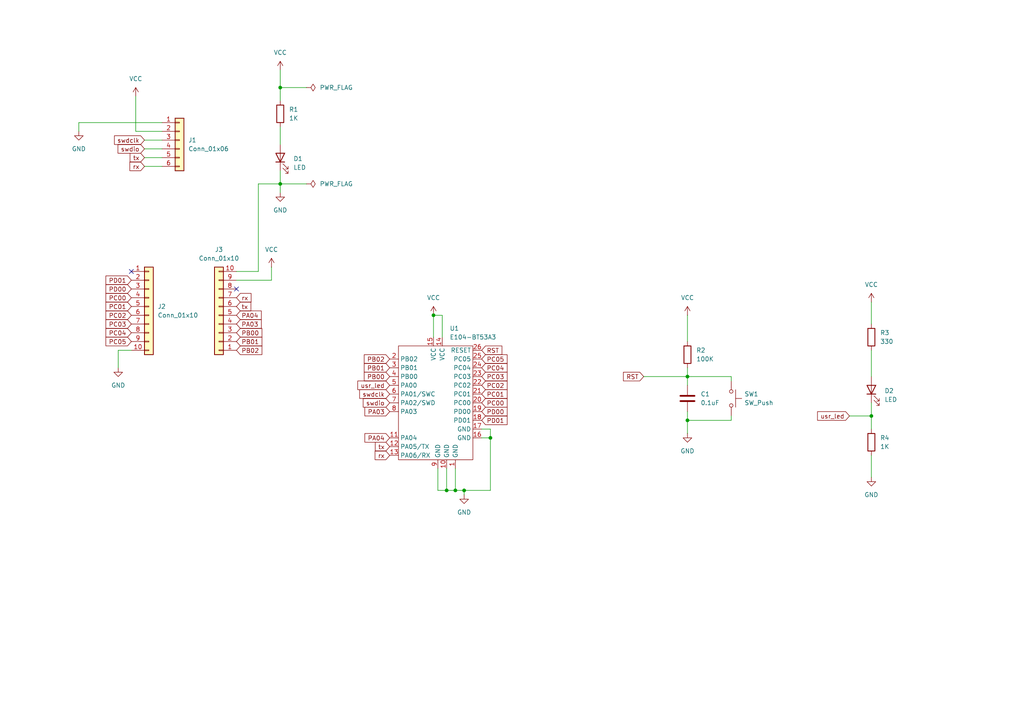
<source format=kicad_sch>
(kicad_sch (version 20250114) (generator "eeschema") (generator_version "9.0")
  (paper "A4")
  (lib_symbols
    (symbol "Connector_Generic:Conn_01x06" (pin_names (offset 1.016) (hide yes))
      (property "Reference" "J" (at 0 7.62 0))
      (property "Value" "Conn_01x06" (at 0 -10.16 0))
      (symbol "Conn_01x06_1_1"
        (rectangle (start -1.27 6.35) (end 1.27 -8.89) (stroke (width 0.254)) (fill (type background)))
        (rectangle (start -1.27 5.207) (end 0 4.953) (stroke (width 0.1524)))
        (rectangle (start -1.27 2.667) (end 0 2.413) (stroke (width 0.1524)))
        (rectangle (start -1.27 0.127) (end 0 -0.127) (stroke (width 0.1524)))
        (rectangle (start -1.27 -2.413) (end 0 -2.667) (stroke (width 0.1524)))
        (rectangle (start -1.27 -4.953) (end 0 -5.207) (stroke (width 0.1524)))
        (rectangle (start -1.27 -7.493) (end 0 -7.747) (stroke (width 0.1524)))
        (pin passive line (at -5.08 5.08 0) (length 3.81) (name "Pin_1") (number "1"))
        (pin passive line (at -5.08 2.54 0) (length 3.81) (name "Pin_2") (number "2"))
        (pin passive line (at -5.08 0 0) (length 3.81) (name "Pin_3") (number "3"))
        (pin passive line (at -5.08 -2.54 0) (length 3.81) (name "Pin_4") (number "4"))
        (pin passive line (at -5.08 -5.08 0) (length 3.81) (name "Pin_5") (number "5"))
        (pin passive line (at -5.08 -7.62 0) (length 3.81) (name "Pin_6") (number "6"))
      )
    )
    (symbol "Connector_Generic:Conn_01x10" (pin_names (offset 1.016) (hide yes))
      (property "Reference" "J" (at 0 12.7 0))
      (property "Value" "Conn_01x10" (at 0 -15.24 0))
      (symbol "Conn_01x10_1_1"
        (rectangle (start -1.27 11.43) (end 1.27 -13.97) (stroke (width 0.254)) (fill (type background)))
        (rectangle (start -1.27 10.287) (end 0 10.033) (stroke (width 0.1524)))
        (rectangle (start -1.27 7.747) (end 0 7.493) (stroke (width 0.1524)))
        (rectangle (start -1.27 5.207) (end 0 4.953) (stroke (width 0.1524)))
        (rectangle (start -1.27 2.667) (end 0 2.413) (stroke (width 0.1524)))
        (rectangle (start -1.27 0.127) (end 0 -0.127) (stroke (width 0.1524)))
        (rectangle (start -1.27 -2.413) (end 0 -2.667) (stroke (width 0.1524)))
        (rectangle (start -1.27 -4.953) (end 0 -5.207) (stroke (width 0.1524)))
        (rectangle (start -1.27 -7.493) (end 0 -7.747) (stroke (width 0.1524)))
        (rectangle (start -1.27 -10.033) (end 0 -10.287) (stroke (width 0.1524)))
        (rectangle (start -1.27 -12.573) (end 0 -12.827) (stroke (width 0.1524)))
        (pin passive line (at -5.08 10.16 0) (length 3.81) (name "Pin_1") (number "1"))
        (pin passive line (at -5.08 7.62 0) (length 3.81) (name "Pin_2") (number "2"))
        (pin passive line (at -5.08 5.08 0) (length 3.81) (name "Pin_3") (number "3"))
        (pin passive line (at -5.08 2.54 0) (length 3.81) (name "Pin_4") (number "4"))
        (pin passive line (at -5.08 0 0) (length 3.81) (name "Pin_5") (number "5"))
        (pin passive line (at -5.08 -2.54 0) (length 3.81) (name "Pin_6") (number "6"))
        (pin passive line (at -5.08 -5.08 0) (length 3.81) (name "Pin_7") (number "7"))
        (pin passive line (at -5.08 -7.62 0) (length 3.81) (name "Pin_8") (number "8"))
        (pin passive line (at -5.08 -10.16 0) (length 3.81) (name "Pin_9") (number "9"))
        (pin passive line (at -5.08 -12.7 0) (length 3.81) (name "Pin_10") (number "10"))
      )
    )
    (symbol "Device:C" (pin_numbers (hide yes)) (pin_names (offset 0.254))
      (property "Reference" "C" (at 0.635 2.54 0))
      (property "Value" "C" (at 0.635 -2.54 0))
      (symbol "C_0_1"
        (polyline (pts (xy -2.032 0.762) (xy 2.032 0.762)) (stroke (width 0.508)))
        (polyline (pts (xy -2.032 -0.762) (xy 2.032 -0.762)) (stroke (width 0.508)))
      )
      (symbol "C_1_1"
        (pin passive line (at 0 3.81 270) (length 2.794) (name "~") (number "1"))
        (pin passive line (at 0 -3.81 90) (length 2.794) (name "~") (number "2"))
      )
    )
    (symbol "Device:LED" (pin_numbers (hide yes)) (pin_names (offset 1.016) (hide yes))
      (property "Reference" "D" (at 0 2.54 0))
      (property "Value" "LED" (at 0 -2.54 0))
      (symbol "LED_0_1"
        (polyline (pts (xy -3.048 -0.762) (xy -4.572 -2.286) (xy -3.81 -2.286) (xy -4.572 -2.286) (xy -4.572 -1.524)))
        (polyline (pts (xy -1.778 -0.762) (xy -3.302 -2.286) (xy -2.54 -2.286) (xy -3.302 -2.286) (xy -3.302 -1.524)))
        (polyline (pts (xy -1.27 0) (xy 1.27 0)))
        (polyline (pts (xy -1.27 -1.27) (xy -1.27 1.27)) (stroke (width 0.254)))
        (polyline (pts (xy 1.27 -1.27) (xy 1.27 1.27) (xy -1.27 0) (xy 1.27 -1.27)) (stroke (width 0.254)))
      )
      (symbol "LED_1_1"
        (pin passive line (at -3.81 0 0) (length 2.54) (name "K") (number "1"))
        (pin passive line (at 3.81 0 180) (length 2.54) (name "A") (number "2"))
      )
    )
    (symbol "Device:R" (pin_numbers (hide yes)) (pin_names (offset 0))
      (property "Reference" "R" (at 2.032 0 90))
      (property "Value" "R" (at 0 0 90))
      (symbol "R_0_1"
        (rectangle (start -1.016 -2.54) (end 1.016 2.54) (stroke (width 0.254)))
      )
      (symbol "R_1_1"
        (pin passive line (at 0 3.81 270) (length 1.27) (name "~") (number "1"))
        (pin passive line (at 0 -3.81 90) (length 1.27) (name "~") (number "2"))
      )
    )
    (symbol "Switch:SW_Push" (pin_numbers (hide yes)) (pin_names (offset 1.016) (hide yes))
      (property "Reference" "SW" (at 1.27 2.54 0))
      (property "Value" "SW_Push" (at 0 -1.524 0))
      (symbol "SW_Push_0_1"
        (circle (center -2.032 0) (radius 0.508))
        (polyline (pts (xy 0 1.27) (xy 0 3.048)))
        (circle (center 2.032 0) (radius 0.508))
        (polyline (pts (xy 2.54 1.27) (xy -2.54 1.27)))
        (pin passive line (at -5.08 0 0) (length 2.54) (name "1") (number "1"))
        (pin passive line (at 5.08 0 180) (length 2.54) (name "2") (number "2"))
      )
    )
    (symbol "efr32bg_breakout_stuff:E104-BT53A3_module"
      (property "Reference" "U" (at 0 0 0))
      (property "Value" "E104-BT53A3" (at 17.272 -15.494 0))
      (symbol "E104-BT53A3_module_0_1"
        (rectangle (start -11.43 16.51) (end 10.16 -16.51))
      )
      (symbol "E104-BT53A3_module_1_1"
        (pin bidirectional line (at -13.97 12.7 0) (length 2.54) (name "PB02") (number "2"))
        (pin bidirectional line (at -13.97 10.16 0) (length 2.54) (name "PB01") (number "3"))
        (pin bidirectional line (at -13.97 7.62 0) (length 2.54) (name "PB00") (number "4"))
        (pin bidirectional line (at -13.97 5.08 0) (length 2.54) (name "PA00") (number "5"))
        (pin bidirectional line (at -13.97 2.54 0) (length 2.54) (name "PA01/SWC") (number "6"))
        (pin bidirectional line (at -13.97 0 0) (length 2.54) (name "PA02/SWD") (number "7"))
        (pin bidirectional line (at -13.97 -2.54 0) (length 2.54) (name "PA03") (number "8"))
        (pin bidirectional line (at -13.97 -10.16 0) (length 2.54) (name "PA04") (number "11"))
        (pin bidirectional line (at -13.97 -12.7 0) (length 2.54) (name "PA05/TX") (number "12"))
        (pin bidirectional line (at -13.97 -15.24 0) (length 2.54) (name "PA06/RX") (number "13"))
        (pin power_in line (at -1.27 19.05 270) (length 2.54) (name "VCC") (number "15"))
        (pin power_in line (at 0 -19.05 90) (length 2.54) (name "GND") (number "9"))
        (pin power_in line (at 1.27 19.05 270) (length 2.54) (name "VCC") (number "14"))
        (pin power_in line (at 2.54 -19.05 90) (length 2.54) (name "GND") (number "10"))
        (pin power_in line (at 5.08 -19.05 90) (length 2.54) (name "GND") (number "1"))
        (pin input line (at 12.7 15.24 180) (length 2.54) (name "RESET") (number "26"))
        (pin bidirectional line (at 12.7 12.7 180) (length 2.54) (name "PC05") (number "25"))
        (pin bidirectional line (at 12.7 10.16 180) (length 2.54) (name "PC04") (number "24"))
        (pin bidirectional line (at 12.7 7.62 180) (length 2.54) (name "PC03") (number "23"))
        (pin bidirectional line (at 12.7 5.08 180) (length 2.54) (name "PC02") (number "22"))
        (pin bidirectional line (at 12.7 2.54 180) (length 2.54) (name "PC01") (number "21"))
        (pin bidirectional line (at 12.7 0 180) (length 2.54) (name "PC00") (number "20"))
        (pin bidirectional line (at 12.7 -2.54 180) (length 2.54) (name "PD00") (number "19"))
        (pin bidirectional line (at 12.7 -5.08 180) (length 2.54) (name "PD01") (number "18"))
        (pin power_in line (at 12.7 -7.62 180) (length 2.54) (name "GND") (number "17"))
        (pin power_in line (at 12.7 -10.16 180) (length 2.54) (name "GND") (number "16"))
      )
    )
    (symbol "power:GND" (power) (pin_numbers (hide yes)) (pin_names (offset 0) (hide yes))
      (property "Value" "GND" (at 0 -3.81 0))
      (symbol "GND_0_1"
        (polyline (pts (xy 0 0) (xy 0 -1.27) (xy 1.27 -1.27) (xy 0 -2.54) (xy -1.27 -1.27) (xy 0 -1.27)))
      )
      (symbol "GND_1_1"
        (pin power_in line (at 0 0 270) (length 0) (name "~") (number "1"))
      )
    )
    (symbol "power:PWR_FLAG" (power) (pin_numbers (hide yes)) (pin_names (offset 0) (hide yes))
      (property "Value" "PWR_FLAG" (at 0 3.81 0))
      (symbol "PWR_FLAG_0_0"
        (pin power_out line (at 0 0 90) (length 0) (name "~") (number "1"))
      )
      (symbol "PWR_FLAG_0_1"
        (polyline (pts (xy 0 0) (xy 0 1.27) (xy -1.016 1.905) (xy 0 2.54) (xy 1.016 1.905) (xy 0 1.27)))
      )
    )
    (symbol "power:VCC" (power) (pin_numbers (hide yes)) (pin_names (offset 0) (hide yes))
      (property "Value" "VCC" (at 0 3.556 0))
      (symbol "VCC_0_1"
        (polyline (pts (xy -0.762 1.27) (xy 0 2.54)))
        (polyline (pts (xy 0 2.54) (xy 0.762 1.27)))
        (polyline (pts (xy 0 0) (xy 0 2.54)))
      )
      (symbol "VCC_1_1"
        (pin power_in line (at 0 0 90) (length 0) (name "~") (number "1"))
      )
    )
  )
  (junction (at 125.73 91.44))
  (junction (at 252.73 120.65))
  (junction (at 129.54 142.24))
  (junction (at 81.28 53.34))
  (junction (at 81.28 25.4))
  (junction (at 132.08 142.24))
  (junction (at 199.39 109.22))
  (junction (at 199.39 121.92))
  (junction (at 134.62 142.24))
  (junction (at 142.24 127))
  (no_connect (at 68.58 83.82))
  (no_connect (at 38.1 78.74))
  (wire (pts (xy 41.91 40.64) (xy 46.99 40.64)))
  (wire (pts (xy 81.28 49.53) (xy 81.28 53.34)))
  (wire (pts (xy 139.7 127) (xy 142.24 127)))
  (wire (pts (xy 81.28 20.32) (xy 81.28 25.4)))
  (wire (pts (xy 199.39 106.68) (xy 199.39 109.22)))
  (wire (pts (xy 81.28 53.34) (xy 81.28 55.88)))
  (wire (pts (xy 81.28 25.4) (xy 81.28 29.21)))
  (wire (pts (xy 186.69 109.22) (xy 199.39 109.22)))
  (wire (pts (xy 78.74 81.28) (xy 78.74 77.47)))
  (wire (pts (xy 134.62 142.24) (xy 134.62 143.51)))
  (wire (pts (xy 129.54 135.89) (xy 129.54 142.24)))
  (wire (pts (xy 46.99 38.1) (xy 39.37 38.1)))
  (wire (pts (xy 252.73 101.6) (xy 252.73 109.22)))
  (wire (pts (xy 132.08 142.24) (xy 134.62 142.24)))
  (wire (pts (xy 38.1 101.6) (xy 34.29 101.6)))
  (wire (pts (xy 132.08 135.89) (xy 132.08 142.24)))
  (wire (pts (xy 81.28 36.83) (xy 81.28 41.91)))
  (wire (pts (xy 68.58 81.28) (xy 78.74 81.28)))
  (wire (pts (xy 41.91 43.18) (xy 46.99 43.18)))
  (wire (pts (xy 68.58 78.74) (xy 74.93 78.74)))
  (wire (pts (xy 34.29 101.6) (xy 34.29 106.68)))
  (wire (pts (xy 125.73 91.44) (xy 125.73 97.79)))
  (wire (pts (xy 199.39 91.44) (xy 199.39 99.06)))
  (wire (pts (xy 142.24 124.46) (xy 142.24 127)))
  (wire (pts (xy 142.24 127) (xy 142.24 142.24)))
  (wire (pts (xy 212.09 109.22) (xy 199.39 109.22)))
  (wire (pts (xy 212.09 110.49) (xy 212.09 109.22)))
  (wire (pts (xy 142.24 142.24) (xy 134.62 142.24)))
  (wire (pts (xy 81.28 53.34) (xy 88.9 53.34)))
  (wire (pts (xy 199.39 109.22) (xy 199.39 111.76)))
  (wire (pts (xy 39.37 38.1) (xy 39.37 27.94)))
  (wire (pts (xy 41.91 45.72) (xy 46.99 45.72)))
  (wire (pts (xy 127 142.24) (xy 129.54 142.24)))
  (wire (pts (xy 212.09 120.65) (xy 212.09 121.92)))
  (wire (pts (xy 46.99 35.56) (xy 22.86 35.56)))
  (wire (pts (xy 252.73 116.84) (xy 252.73 120.65)))
  (wire (pts (xy 199.39 119.38) (xy 199.39 121.92)))
  (wire (pts (xy 128.27 97.79) (xy 128.27 91.44)))
  (wire (pts (xy 199.39 121.92) (xy 199.39 125.73)))
  (wire (pts (xy 246.38 120.65) (xy 252.73 120.65)))
  (wire (pts (xy 252.73 120.65) (xy 252.73 124.46)))
  (wire (pts (xy 129.54 142.24) (xy 132.08 142.24)))
  (wire (pts (xy 128.27 91.44) (xy 125.73 91.44)))
  (wire (pts (xy 22.86 35.56) (xy 22.86 38.1)))
  (wire (pts (xy 212.09 121.92) (xy 199.39 121.92)))
  (wire (pts (xy 74.93 53.34) (xy 81.28 53.34)))
  (wire (pts (xy 252.73 87.63) (xy 252.73 93.98)))
  (wire (pts (xy 139.7 124.46) (xy 142.24 124.46)))
  (wire (pts (xy 127 135.89) (xy 127 142.24)))
  (wire (pts (xy 81.28 25.4) (xy 88.9 25.4)))
  (wire (pts (xy 41.91 48.26) (xy 46.99 48.26)))
  (wire (pts (xy 252.73 132.08) (xy 252.73 138.43)))
  (wire (pts (xy 74.93 78.74) (xy 74.93 53.34)))
  (global_label "PC02" (shape input) (at 139.7 111.76 0) (property "Intersheetrefs" "${INTERSHEET_REFS}" (effects (hide yes))))
  (global_label "PA04" (shape input) (at 113.03 127 180) (property "Intersheetrefs" "${INTERSHEET_REFS}" (effects (hide yes))))
  (global_label "rx" (shape input) (at 113.03 132.08 180) (property "Intersheetrefs" "${INTERSHEET_REFS}" (effects (hide yes))))
  (global_label "rx" (shape input) (at 68.58 86.36 0) (property "Intersheetrefs" "${INTERSHEET_REFS}" (effects (hide yes))))
  (global_label "swdclk" (shape input) (at 113.03 114.3 180) (property "Intersheetrefs" "${INTERSHEET_REFS}" (effects (hide yes))))
  (global_label "PC01" (shape input) (at 139.7 114.3 0) (property "Intersheetrefs" "${INTERSHEET_REFS}" (effects (hide yes))))
  (global_label "PB00" (shape input) (at 68.58 96.52 0) (property "Intersheetrefs" "${INTERSHEET_REFS}" (effects (hide yes))))
  (global_label "PC05" (shape input) (at 38.1 99.06 180) (property "Intersheetrefs" "${INTERSHEET_REFS}" (effects (hide yes))))
  (global_label "PC02" (shape input) (at 38.1 91.44 180) (property "Intersheetrefs" "${INTERSHEET_REFS}" (effects (hide yes))))
  (global_label "PB02" (shape input) (at 113.03 104.14 180) (property "Intersheetrefs" "${INTERSHEET_REFS}" (effects (hide yes))))
  (global_label "RST" (shape input) (at 139.7 101.6 0) (property "Intersheetrefs" "${INTERSHEET_REFS}" (effects (hide yes))))
  (global_label "PA03" (shape input) (at 113.03 119.38 180) (property "Intersheetrefs" "${INTERSHEET_REFS}" (effects (hide yes))))
  (global_label "PC04" (shape input) (at 38.1 96.52 180) (property "Intersheetrefs" "${INTERSHEET_REFS}" (effects (hide yes))))
  (global_label "PC05" (shape input) (at 139.7 104.14 0) (property "Intersheetrefs" "${INTERSHEET_REFS}" (effects (hide yes))))
  (global_label "PB00" (shape input) (at 113.03 109.22 180) (property "Intersheetrefs" "${INTERSHEET_REFS}" (effects (hide yes))))
  (global_label "PC04" (shape input) (at 139.7 106.68 0) (property "Intersheetrefs" "${INTERSHEET_REFS}" (effects (hide yes))))
  (global_label "PC03" (shape input) (at 139.7 109.22 0) (property "Intersheetrefs" "${INTERSHEET_REFS}" (effects (hide yes))))
  (global_label "PC03" (shape input) (at 38.1 93.98 180) (property "Intersheetrefs" "${INTERSHEET_REFS}" (effects (hide yes))))
  (global_label "PB01" (shape input) (at 113.03 106.68 180) (property "Intersheetrefs" "${INTERSHEET_REFS}" (effects (hide yes))))
  (global_label "swdio" (shape input) (at 41.91 43.18 180) (property "Intersheetrefs" "${INTERSHEET_REFS}" (effects (hide yes))))
  (global_label "tx" (shape input) (at 68.58 88.9 0) (property "Intersheetrefs" "${INTERSHEET_REFS}" (effects (hide yes))))
  (global_label "PC01" (shape input) (at 38.1 88.9 180) (property "Intersheetrefs" "${INTERSHEET_REFS}" (effects (hide yes))))
  (global_label "usr_led" (shape input) (at 246.38 120.65 180) (property "Intersheetrefs" "${INTERSHEET_REFS}" (effects (hide yes))))
  (global_label "PA04" (shape input) (at 68.58 91.44 0) (property "Intersheetrefs" "${INTERSHEET_REFS}" (effects (hide yes))))
  (global_label "swdio" (shape input) (at 113.03 116.84 180) (property "Intersheetrefs" "${INTERSHEET_REFS}" (effects (hide yes))))
  (global_label "rx" (shape input) (at 41.91 48.26 180) (property "Intersheetrefs" "${INTERSHEET_REFS}" (effects (hide yes))))
  (global_label "tx" (shape input) (at 113.03 129.54 180) (property "Intersheetrefs" "${INTERSHEET_REFS}" (effects (hide yes))))
  (global_label "PD00" (shape input) (at 38.1 83.82 180) (property "Intersheetrefs" "${INTERSHEET_REFS}" (effects (hide yes))))
  (global_label "swdclk" (shape input) (at 41.91 40.64 180) (property "Intersheetrefs" "${INTERSHEET_REFS}" (effects (hide yes))))
  (global_label "tx" (shape input) (at 41.91 45.72 180) (property "Intersheetrefs" "${INTERSHEET_REFS}" (effects (hide yes))))
  (global_label "PA03" (shape input) (at 68.58 93.98 0) (property "Intersheetrefs" "${INTERSHEET_REFS}" (effects (hide yes))))
  (global_label "RST" (shape input) (at 186.69 109.22 180) (property "Intersheetrefs" "${INTERSHEET_REFS}" (effects (hide yes))))
  (global_label "PD00" (shape input) (at 139.7 119.38 0) (property "Intersheetrefs" "${INTERSHEET_REFS}" (effects (hide yes))))
  (global_label "PC00" (shape input) (at 139.7 116.84 0) (property "Intersheetrefs" "${INTERSHEET_REFS}" (effects (hide yes))))
  (global_label "PC00" (shape input) (at 38.1 86.36 180) (property "Intersheetrefs" "${INTERSHEET_REFS}" (effects (hide yes))))
  (global_label "PB01" (shape input) (at 68.58 99.06 0) (property "Intersheetrefs" "${INTERSHEET_REFS}" (effects (hide yes))))
  (global_label "PD01" (shape input) (at 139.7 121.92 0) (property "Intersheetrefs" "${INTERSHEET_REFS}" (effects (hide yes))))
  (global_label "PB02" (shape input) (at 68.58 101.6 0) (property "Intersheetrefs" "${INTERSHEET_REFS}" (effects (hide yes))))
  (global_label "PD01" (shape input) (at 38.1 81.28 180) (property "Intersheetrefs" "${INTERSHEET_REFS}" (effects (hide yes))))
  (global_label "usr_led" (shape input) (at 113.03 111.76 180) (property "Intersheetrefs" "${INTERSHEET_REFS}" (effects (hide yes))))
  (symbol (lib_id "power:VCC") (at 39.37 27.94 0) (unit 1)
    (property "Reference" "#PWR03" (effects (hide yes)))
    (property "Value" "VCC" (at 39.37 22.86 0))
    (property "Description" "Power symbol creates a global label with name \"VCC\"" (effects (hide yes)))
  )
  (symbol (lib_id "power:PWR_FLAG") (at 88.9 53.34 270) (unit 1)
    (property "Reference" "#FLG02" (effects (hide yes)))
    (property "Value" "PWR_FLAG" (at 92.71 53.3399 90) (effects (justify left)))
    (property "Description" "Special symbol for telling ERC where power comes from" (effects (hide yes)))
  )
  (symbol (lib_id "power:GND") (at 199.39 125.73 0) (unit 1)
    (property "Reference" "#PWR010" (effects (hide yes)))
    (property "Value" "GND" (at 199.39 130.81 0))
    (property "Description" "Power symbol creates a global label with name \"GND\" , ground" (effects (hide yes)))
  )
  (symbol (lib_id "power:GND") (at 81.28 55.88 0) (unit 1)
    (property "Reference" "#PWR08" (effects (hide yes)))
    (property "Value" "GND" (at 81.28 60.96 0))
    (property "Description" "Power symbol creates a global label with name \"GND\" , ground" (effects (hide yes)))
  )
  (symbol (lib_id "power:VCC") (at 125.73 91.44 0) (unit 1)
    (property "Reference" "#PWR02" (effects (hide yes)))
    (property "Value" "VCC" (at 125.73 86.36 0))
    (property "Description" "Power symbol creates a global label with name \"VCC\"" (effects (hide yes)))
  )
  (symbol (lib_id "Connector_Generic:Conn_01x06") (at 52.07 40.64 0) (unit 1)
    (property "Reference" "J1" (at 54.61 40.6399 0) (effects (justify left)))
    (property "Value" "Conn_01x06" (at 54.61 43.1799 0) (effects (justify left)))
    (property "Footprint" "Connector_PinHeader_2.54mm:PinHeader_1x06_P2.54mm_Horizontal" (effects (hide yes)))
    (property "Description" "Generic connector, single row, 01x06, script generated (kicad-library-utils/schlib/autogen/connector/)" (effects (hide yes)))
  )
  (symbol (lib_id "Device:R") (at 81.28 33.02 0) (unit 1)
    (property "Reference" "R1" (at 83.82 31.7499 0) (effects (justify left)))
    (property "Value" "1K" (at 83.82 34.2899 0) (effects (justify left)))
    (property "Footprint" "Resistor_SMD:R_0402_1005Metric" (effects (hide yes)))
    (property "Description" "Resistor" (effects (hide yes)))
  )
  (symbol (lib_id "Connector_Generic:Conn_01x10") (at 43.18 88.9 0) (unit 1)
    (property "Reference" "J2" (at 45.72 88.8999 0) (effects (justify left)))
    (property "Value" "Conn_01x10" (at 45.72 91.4399 0) (effects (justify left)))
    (property "Footprint" "Connector_PinHeader_2.54mm:PinHeader_1x10_P2.54mm_Vertical" (effects (hide yes)))
    (property "Description" "Generic connector, single row, 01x10, script generated (kicad-library-utils/schlib/autogen/connector/)" (effects (hide yes)))
  )
  (symbol (lib_id "Connector_Generic:Conn_01x10") (at 63.5 91.44 180) (unit 1)
    (property "Reference" "J3" (at 63.5 72.39 0))
    (property "Value" "Conn_01x10" (at 63.5 74.93 0))
    (property "Footprint" "Connector_PinHeader_2.54mm:PinHeader_1x10_P2.54mm_Vertical" (effects (hide yes)))
    (property "Description" "Generic connector, single row, 01x10, script generated (kicad-library-utils/schlib/autogen/connector/)" (effects (hide yes)))
  )
  (symbol (lib_id "power:VCC") (at 199.39 91.44 0) (unit 1)
    (property "Reference" "#PWR09" (effects (hide yes)))
    (property "Value" "VCC" (at 199.39 86.36 0))
    (property "Description" "Power symbol creates a global label with name \"VCC\"" (effects (hide yes)))
  )
  (symbol (lib_id "Device:R") (at 252.73 97.79 0) (unit 1)
    (property "Reference" "R3" (at 255.27 96.5199 0) (effects (justify left)))
    (property "Value" "330" (at 255.27 99.0599 0) (effects (justify left)))
    (property "Footprint" "Resistor_SMD:R_0402_1005Metric" (effects (hide yes)))
    (property "Description" "Resistor" (effects (hide yes)))
  )
  (symbol (lib_id "power:VCC") (at 78.74 77.47 0) (unit 1)
    (property "Reference" "#PWR06" (effects (hide yes)))
    (property "Value" "VCC" (at 78.74 72.39 0))
    (property "Description" "Power symbol creates a global label with name \"VCC\"" (effects (hide yes)))
  )
  (symbol (lib_id "Device:LED") (at 81.28 45.72 90) (unit 1)
    (property "Reference" "D1" (at 85.09 46.0374 90) (effects (justify right)))
    (property "Value" "LED" (at 85.09 48.5774 90) (effects (justify right)))
    (property "Footprint" "LED_SMD:LED_0603_1608Metric" (effects (hide yes)))
    (property "Description" "Light emitting diode" (effects (hide yes)))
    (property "Sim.Pins" "1=K 2=A" (effects (hide yes)))
  )
  (symbol (lib_id "Device:LED") (at 252.73 113.03 90) (unit 1)
    (property "Reference" "D2" (at 256.54 113.3474 90) (effects (justify right)))
    (property "Value" "LED" (at 256.54 115.8874 90) (effects (justify right)))
    (property "Footprint" "LED_SMD:LED_0603_1608Metric" (effects (hide yes)))
    (property "Description" "Light emitting diode" (effects (hide yes)))
    (property "Sim.Pins" "1=K 2=A" (effects (hide yes)))
  )
  (symbol (lib_id "Device:C") (at 199.39 115.57 0) (unit 1)
    (property "Reference" "C1" (at 203.2 114.2999 0) (effects (justify left)))
    (property "Value" "0.1uF" (at 203.2 116.8399 0) (effects (justify left)))
    (property "Footprint" "Capacitor_SMD:C_0402_1005Metric" (effects (hide yes)))
    (property "Description" "Unpolarized capacitor" (effects (hide yes)))
  )
  (symbol (lib_id "efr32bg_breakout_stuff:E104-BT53A3_module") (at 127 116.84 0) (unit 1)
    (property "Reference" "U1" (at 130.4133 95.25 0) (effects (justify left)))
    (property "Value" "E104-BT53A3" (at 130.4133 97.79 0) (effects (justify left)))
    (property "Footprint" "efr32bg_breakout_stuff:E104-BT53A3_module" (effects (hide yes)))
  )
  (symbol (lib_id "Switch:SW_Push") (at 212.09 115.57 270) (unit 1)
    (property "Reference" "SW1" (at 215.9 114.2999 90) (effects (justify left)))
    (property "Value" "SW_Push" (at 215.9 116.8399 90) (effects (justify left)))
    (property "Footprint" "efr32bg_breakout_stuff:SW_SPST_TS-1088-AR02016" (effects (hide yes)))
    (property "Description" "Push button switch, generic, two pins" (effects (hide yes)))
  )
  (symbol (lib_id "power:GND") (at 34.29 106.68 0) (unit 1)
    (property "Reference" "#PWR05" (effects (hide yes)))
    (property "Value" "GND" (at 34.29 111.76 0))
    (property "Description" "Power symbol creates a global label with name \"GND\" , ground" (effects (hide yes)))
  )
  (symbol (lib_id "power:VCC") (at 81.28 20.32 0) (unit 1)
    (property "Reference" "#PWR07" (effects (hide yes)))
    (property "Value" "VCC" (at 81.28 15.24 0))
    (property "Description" "Power symbol creates a global label with name \"VCC\"" (effects (hide yes)))
  )
  (symbol (lib_id "power:GND") (at 22.86 38.1 0) (unit 1)
    (property "Reference" "#PWR04" (effects (hide yes)))
    (property "Value" "GND" (at 22.86 43.18 0))
    (property "Description" "Power symbol creates a global label with name \"GND\" , ground" (effects (hide yes)))
  )
  (symbol (lib_id "power:VCC") (at 252.73 87.63 0) (unit 1)
    (property "Reference" "#PWR011" (effects (hide yes)))
    (property "Value" "VCC" (at 252.73 82.55 0))
    (property "Description" "Power symbol creates a global label with name \"VCC\"" (effects (hide yes)))
  )
  (symbol (lib_id "power:PWR_FLAG") (at 88.9 25.4 270) (unit 1)
    (property "Reference" "#FLG01" (effects (hide yes)))
    (property "Value" "PWR_FLAG" (at 92.71 25.3999 90) (effects (justify left)))
    (property "Description" "Special symbol for telling ERC where power comes from" (effects (hide yes)))
  )
  (symbol (lib_id "power:GND") (at 134.62 143.51 0) (unit 1)
    (property "Reference" "#PWR01" (effects (hide yes)))
    (property "Value" "GND" (at 134.62 148.59 0))
    (property "Description" "Power symbol creates a global label with name \"GND\" , ground" (effects (hide yes)))
  )
  (symbol (lib_id "Device:R") (at 252.73 128.27 0) (unit 1)
    (property "Reference" "R4" (at 255.27 126.9999 0) (effects (justify left)))
    (property "Value" "1K" (at 255.27 129.5399 0) (effects (justify left)))
    (property "Footprint" "Resistor_SMD:R_0402_1005Metric" (effects (hide yes)))
    (property "Description" "Resistor" (effects (hide yes)))
  )
  (symbol (lib_id "Device:R") (at 199.39 102.87 0) (unit 1)
    (property "Reference" "R2" (at 201.93 101.5999 0) (effects (justify left)))
    (property "Value" "100K" (at 201.93 104.1399 0) (effects (justify left)))
    (property "Footprint" "Resistor_SMD:R_0402_1005Metric" (effects (hide yes)))
    (property "Description" "Resistor" (effects (hide yes)))
  )
  (symbol (lib_id "power:GND") (at 252.73 138.43 0) (unit 1)
    (property "Reference" "#PWR012" (effects (hide yes)))
    (property "Value" "GND" (at 252.73 143.51 0))
    (property "Description" "Power symbol creates a global label with name \"GND\" , ground" (effects (hide yes)))
  )
)
</source>
